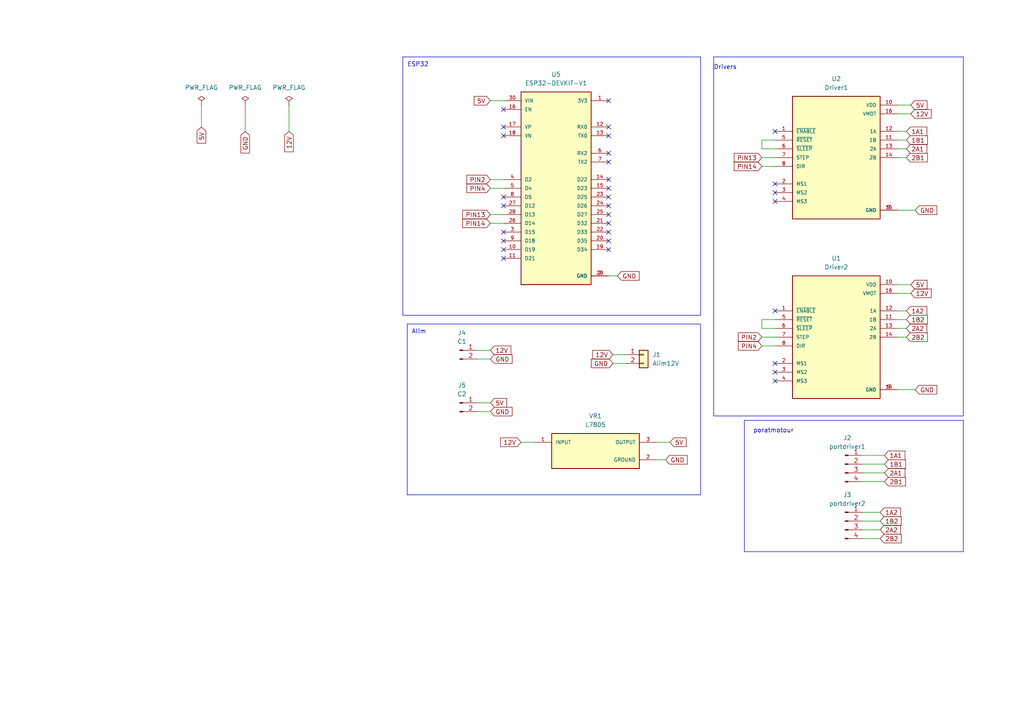
<source format=kicad_sch>
(kicad_sch (version 20230121) (generator eeschema)
  (paper "A4")
  (lib_symbols
    (symbol "A4988_STEPPER_MOTOR_DRIVER_CARRIER:A4988_STEPPER_MOTOR_DRIVER_CARRIER" (pin_names (offset 1.016))
      (property "Reference" "U2" (at 0 22.86 0))
      (property "Value" "A4988_STEPPER_MOTOR_DRIVER_CARRIER" (at 0 20.32 0))
      (symbol "A4988_STEPPER_MOTOR_DRIVER_CARRIER_0_0"
        (rectangle (start -12.7 -17.78) (end 12.7 17.78) (stroke (width 0.254)) (fill (type background)))
        (pin output line (at 17.78 5.08 180) (length 5.08) (name "1B") (number "11"))
        (pin output line (at 17.78 7.62 180) (length 5.08) (name "1A") (number "12"))
        (pin output line (at 17.78 2.54 180) (length 5.08) (name "2A") (number "13"))
        (pin output line (at 17.78 0 180) (length 5.08) (name "2B") (number "14"))
        (pin power_in line (at 17.78 -15.24 180) (length 5.08) (name "GND") (number "15"))
        (pin power_in line (at 17.78 12.7 180) (length 5.08) (name "VMOT") (number "16"))
        (pin input line (at -17.78 -7.62 0) (length 5.08) (name "MS1") (number "2"))
        (pin input line (at -17.78 -10.16 0) (length 5.08) (name "MS2") (number "3"))
        (pin input line (at -17.78 -12.7 0) (length 5.08) (name "MS3") (number "4"))
        (pin input line (at -17.78 0 0) (length 5.08) (name "STEP") (number "7"))
        (pin input line (at -17.78 -2.54 0) (length 5.08) (name "DIR") (number "8"))
        (pin power_in line (at 17.78 -15.24 180) (length 5.08) (name "GND") (number "9"))
      )
      (symbol "A4988_STEPPER_MOTOR_DRIVER_CARRIER_1_0"
        (pin bidirectional line (at -17.78 7.62 0) (length 5.08) (name "~{ENABLE}") (number "1"))
        (pin bidirectional line (at 17.78 15.24 180) (length 5.08) (name "VDD") (number "10"))
        (pin bidirectional line (at -17.78 5.08 0) (length 5.08) (name "~{RESET}") (number "5"))
        (pin bidirectional line (at -17.78 2.54 0) (length 5.08) (name "~{SLEEP}") (number "6"))
      )
    )
    (symbol "A4988_STEPPER_MOTOR_DRIVER_CARRIER_1" (pin_names (offset 1.016))
      (property "Reference" "U1" (at 0 22.86 0))
      (property "Value" "A4988_STEPPER_MOTOR_DRIVER_CARRIER" (at 0 20.32 0))
      (symbol "A4988_STEPPER_MOTOR_DRIVER_CARRIER_1_0_0"
        (rectangle (start -12.7 -17.78) (end 12.7 17.78) (stroke (width 0.254)) (fill (type background)))
        (pin output line (at 17.78 5.08 180) (length 5.08) (name "1B") (number "11"))
        (pin output line (at 17.78 7.62 180) (length 5.08) (name "1A") (number "12"))
        (pin output line (at 17.78 2.54 180) (length 5.08) (name "2A") (number "13"))
        (pin output line (at 17.78 0 180) (length 5.08) (name "2B") (number "14"))
        (pin power_in line (at 17.78 -15.24 180) (length 5.08) (name "GND") (number "15"))
        (pin power_in line (at 17.78 12.7 180) (length 5.08) (name "VMOT") (number "16"))
        (pin input line (at -17.78 -7.62 0) (length 5.08) (name "MS1") (number "2"))
        (pin input line (at -17.78 -10.16 0) (length 5.08) (name "MS2") (number "3"))
        (pin input line (at -17.78 -12.7 0) (length 5.08) (name "MS3") (number "4"))
        (pin input line (at -17.78 0 0) (length 5.08) (name "STEP") (number "7"))
        (pin input line (at -17.78 -2.54 0) (length 5.08) (name "DIR") (number "8"))
        (pin power_in line (at 17.78 -15.24 180) (length 5.08) (name "GND") (number "9"))
      )
      (symbol "A4988_STEPPER_MOTOR_DRIVER_CARRIER_1_1_0"
        (pin bidirectional line (at -17.78 7.62 0) (length 5.08) (name "~{ENABLE}") (number "1"))
        (pin bidirectional line (at 17.78 15.24 180) (length 5.08) (name "VDD") (number "10"))
        (pin bidirectional line (at -17.78 5.08 0) (length 5.08) (name "~{RESET}") (number "5"))
        (pin bidirectional line (at -17.78 2.54 0) (length 5.08) (name "~{SLEEP}") (number "6"))
      )
    )
    (symbol "Connector:Conn_01x02_Pin" (pin_names (offset 1.016) hide)
      (property "Reference" "J" (at 0 2.54 0))
      (property "Value" "Conn_01x02_Pin" (at 0 -5.08 0))
      (symbol "Conn_01x02_Pin_1_1"
        (polyline (pts (xy 1.27 -2.54) (xy 0.8636 -2.54)) (stroke (width 0.1524)))
        (polyline (pts (xy 1.27 0) (xy 0.8636 0)) (stroke (width 0.1524)))
        (rectangle (start 0.8636 -2.413) (end 0 -2.667) (stroke (width 0.1524)) (fill (type outline)))
        (rectangle (start 0.8636 0.127) (end 0 -0.127) (stroke (width 0.1524)) (fill (type outline)))
        (pin passive line (at 5.08 0 180) (length 3.81) (name "Pin_1") (number "1"))
        (pin passive line (at 5.08 -2.54 180) (length 3.81) (name "Pin_2") (number "2"))
      )
    )
    (symbol "Connector:Conn_01x04_Pin" (pin_names (offset 1.016) hide)
      (property "Reference" "J" (at 0 5.08 0))
      (property "Value" "Conn_01x04_Pin" (at 0 -7.62 0))
      (symbol "Conn_01x04_Pin_1_1"
        (polyline (pts (xy 1.27 -5.08) (xy 0.8636 -5.08)) (stroke (width 0.1524)))
        (polyline (pts (xy 1.27 -2.54) (xy 0.8636 -2.54)) (stroke (width 0.1524)))
        (polyline (pts (xy 1.27 0) (xy 0.8636 0)) (stroke (width 0.1524)))
        (polyline (pts (xy 1.27 2.54) (xy 0.8636 2.54)) (stroke (width 0.1524)))
        (rectangle (start 0.8636 -4.953) (end 0 -5.207) (stroke (width 0.1524)) (fill (type outline)))
        (rectangle (start 0.8636 -2.413) (end 0 -2.667) (stroke (width 0.1524)) (fill (type outline)))
        (rectangle (start 0.8636 0.127) (end 0 -0.127) (stroke (width 0.1524)) (fill (type outline)))
        (rectangle (start 0.8636 2.667) (end 0 2.413) (stroke (width 0.1524)) (fill (type outline)))
        (pin passive line (at 5.08 2.54 180) (length 3.81) (name "Pin_1") (number "1"))
        (pin passive line (at 5.08 0 180) (length 3.81) (name "Pin_2") (number "2"))
        (pin passive line (at 5.08 -2.54 180) (length 3.81) (name "Pin_3") (number "3"))
        (pin passive line (at 5.08 -5.08 180) (length 3.81) (name "Pin_4") (number "4"))
      )
    )
    (symbol "Connector_Generic:Conn_01x02" (pin_names (offset 1.016) hide)
      (property "Reference" "J" (at 0 2.54 0))
      (property "Value" "Conn_01x02" (at 0 -5.08 0))
      (symbol "Conn_01x02_1_1"
        (rectangle (start -1.27 -2.413) (end 0 -2.667) (stroke (width 0.1524)))
        (rectangle (start -1.27 0.127) (end 0 -0.127) (stroke (width 0.1524)))
        (rectangle (start -1.27 1.27) (end 1.27 -3.81) (stroke (width 0.254)) (fill (type background)))
        (pin passive line (at -5.08 0 0) (length 3.81) (name "Pin_1") (number "1"))
        (pin passive line (at -5.08 -2.54 0) (length 3.81) (name "Pin_2") (number "2"))
      )
    )
    (symbol "ESP32-DEVKIT-V1:ESP32-DEVKIT-V1" (pin_names (offset 1.016))
      (property "Reference" "U" (at -10.16 30.48 0))
      (property "Value" "ESP32-DEVKIT-V1" (at -10.16 -30.48 0))
      (symbol "ESP32-DEVKIT-V1_0_0"
        (rectangle (start -10.16 -27.94) (end 10.16 27.94) (stroke (width 0.254)) (fill (type background)))
        (pin output line (at 15.24 25.4 180) (length 5.08) (name "3V3") (number "1"))
        (pin bidirectional line (at -15.24 -17.78 0) (length 5.08) (name "D19") (number "10"))
        (pin bidirectional line (at -15.24 -20.32 0) (length 5.08) (name "D21") (number "11"))
        (pin input line (at 15.24 17.78 180) (length 5.08) (name "RX0") (number "12"))
        (pin output line (at 15.24 15.24 180) (length 5.08) (name "TX0") (number "13"))
        (pin bidirectional line (at 15.24 2.54 180) (length 5.08) (name "D22") (number "14"))
        (pin bidirectional line (at 15.24 0 180) (length 5.08) (name "D23") (number "15"))
        (pin input line (at -15.24 22.86 0) (length 5.08) (name "EN") (number "16"))
        (pin bidirectional line (at -15.24 17.78 0) (length 5.08) (name "VP") (number "17"))
        (pin bidirectional line (at -15.24 15.24 0) (length 5.08) (name "VN") (number "18"))
        (pin bidirectional line (at 15.24 -17.78 180) (length 5.08) (name "D34") (number "19"))
        (pin power_in line (at 15.24 -25.4 180) (length 5.08) (name "GND") (number "2"))
        (pin bidirectional line (at 15.24 -15.24 180) (length 5.08) (name "D35") (number "20"))
        (pin bidirectional line (at 15.24 -10.16 180) (length 5.08) (name "D32") (number "21"))
        (pin bidirectional line (at 15.24 -12.7 180) (length 5.08) (name "D33") (number "22"))
        (pin bidirectional line (at 15.24 -2.54 180) (length 5.08) (name "D25") (number "23"))
        (pin bidirectional line (at 15.24 -5.08 180) (length 5.08) (name "D26") (number "24"))
        (pin bidirectional line (at 15.24 -7.62 180) (length 5.08) (name "D27") (number "25"))
        (pin bidirectional line (at -15.24 -10.16 0) (length 5.08) (name "D14") (number "26"))
        (pin bidirectional line (at -15.24 -5.08 0) (length 5.08) (name "D12") (number "27"))
        (pin bidirectional line (at -15.24 -7.62 0) (length 5.08) (name "D13") (number "28"))
        (pin power_in line (at 15.24 -25.4 180) (length 5.08) (name "GND") (number "29"))
        (pin bidirectional line (at -15.24 -12.7 0) (length 5.08) (name "D15") (number "3"))
        (pin input line (at -15.24 25.4 0) (length 5.08) (name "VIN") (number "30"))
        (pin bidirectional line (at -15.24 2.54 0) (length 5.08) (name "D2") (number "4"))
        (pin bidirectional line (at -15.24 0 0) (length 5.08) (name "D4") (number "5"))
        (pin input line (at 15.24 10.16 180) (length 5.08) (name "RX2") (number "6"))
        (pin output line (at 15.24 7.62 180) (length 5.08) (name "TX2") (number "7"))
        (pin bidirectional line (at -15.24 -2.54 0) (length 5.08) (name "D5") (number "8"))
        (pin bidirectional line (at -15.24 -15.24 0) (length 5.08) (name "D18") (number "9"))
      )
    )
    (symbol "L7805:L7805" (pin_names (offset 1.016))
      (property "Reference" "VR" (at -12.7 5.842 0))
      (property "Value" "L7805" (at -12.7 -7.62 0))
      (symbol "L7805_0_0"
        (rectangle (start -12.7 -5.08) (end 12.7 5.08) (stroke (width 0.254)) (fill (type background)))
        (pin input line (at -17.78 2.54 0) (length 5.08) (name "INPUT") (number "1"))
        (pin power_in line (at 17.78 -2.54 180) (length 5.08) (name "GROUND") (number "2"))
        (pin output line (at 17.78 2.54 180) (length 5.08) (name "OUTPUT") (number "3"))
      )
    )
    (symbol "PWR_FLAG_1" (power) (pin_numbers hide) (pin_names (offset 0) hide)
      (property "Value" "PWR_FLAG_1" (at 0 5.08 0))
      (symbol "PWR_FLAG_1_1_0"
        (pin bidirectional line (at 0 0 90) (length 0) (name "pwr") (number "1"))
      )
      (symbol "PWR_FLAG_1_1_1"
        (polyline (pts (xy 0 0) (xy 0 1.27) (xy -1.016 1.905) (xy 0 2.54) (xy 1.016 1.905) (xy 0 1.27)))
      )
    )
    (symbol "power:PWR_FLAG" (power) (pin_numbers hide) (pin_names (offset 0) hide)
      (property "Value" "PWR_FLAG" (at 0 3.81 0))
      (symbol "PWR_FLAG_0_0"
        (pin power_out line (at 0 0 90) (length 0) (name "pwr") (number "1"))
      )
      (symbol "PWR_FLAG_0_1"
        (polyline (pts (xy 0 0) (xy 0 1.27) (xy -1.016 1.905) (xy 0 2.54) (xy 1.016 1.905) (xy 0 1.27)))
      )
    )
  )
  (no_connect (at 146.05 74.93))
  (no_connect (at 176.53 62.23))
  (no_connect (at 176.53 39.37))
  (no_connect (at 176.53 54.61))
  (no_connect (at 146.05 36.83))
  (no_connect (at 146.05 67.31))
  (no_connect (at 224.79 38.1))
  (no_connect (at 146.05 69.85))
  (no_connect (at 146.05 39.37))
  (no_connect (at 176.53 36.83))
  (no_connect (at 176.53 67.31))
  (no_connect (at 176.53 57.15))
  (no_connect (at 224.79 58.42))
  (no_connect (at 224.79 55.88))
  (no_connect (at 176.53 72.39))
  (no_connect (at 176.53 29.21))
  (no_connect (at 224.79 90.17))
  (no_connect (at 176.53 46.99))
  (no_connect (at 176.53 52.07))
  (no_connect (at 224.79 53.34))
  (no_connect (at 224.79 107.95))
  (no_connect (at 176.53 59.69))
  (no_connect (at 176.53 64.77))
  (no_connect (at 146.05 59.69))
  (no_connect (at 224.79 110.49))
  (no_connect (at 146.05 57.15))
  (no_connect (at 224.79 105.41))
  (no_connect (at 176.53 44.45))
  (no_connect (at 146.05 72.39))
  (no_connect (at 146.05 31.75))
  (no_connect (at 176.53 69.85))
  (wire (pts (xy 220.98 97.79) (xy 224.79 97.79)))
  (wire (pts (xy 250.19 137.16) (xy 256.54 137.16)))
  (wire (pts (xy 177.8 105.41) (xy 181.61 105.41)))
  (wire (pts (xy 250.19 153.67) (xy 255.27 153.67)))
  (wire (pts (xy 260.35 33.02) (xy 264.16 33.02)))
  (wire (pts (xy 250.19 148.59) (xy 255.27 148.59)))
  (wire (pts (xy 142.24 62.23) (xy 146.05 62.23)))
  (wire (pts (xy 220.98 40.64) (xy 220.98 43.18)))
  (wire (pts (xy 142.24 54.61) (xy 146.05 54.61)))
  (wire (pts (xy 260.35 82.55) (xy 264.16 82.55)))
  (wire (pts (xy 83.82 30.48) (xy 83.82 38.1)))
  (wire (pts (xy 138.43 104.14) (xy 142.24 104.14)))
  (wire (pts (xy 138.43 119.38) (xy 142.24 119.38)))
  (wire (pts (xy 250.19 156.21) (xy 255.27 156.21)))
  (wire (pts (xy 220.98 43.18) (xy 224.79 43.18)))
  (wire (pts (xy 138.43 101.6) (xy 142.24 101.6)))
  (wire (pts (xy 220.98 95.25) (xy 224.79 95.25)))
  (wire (pts (xy 260.35 95.25) (xy 262.89 95.25)))
  (wire (pts (xy 260.35 38.1) (xy 262.89 38.1)))
  (wire (pts (xy 138.43 116.84) (xy 142.24 116.84)))
  (wire (pts (xy 260.35 30.48) (xy 264.16 30.48)))
  (wire (pts (xy 250.19 134.62) (xy 256.54 134.62)))
  (wire (pts (xy 190.5 133.35) (xy 193.04 133.35)))
  (wire (pts (xy 250.19 139.7) (xy 256.54 139.7)))
  (wire (pts (xy 220.98 45.72) (xy 224.79 45.72)))
  (wire (pts (xy 142.24 29.21) (xy 146.05 29.21)))
  (wire (pts (xy 142.24 64.77) (xy 146.05 64.77)))
  (wire (pts (xy 260.35 40.64) (xy 262.89 40.64)))
  (wire (pts (xy 260.35 45.72) (xy 262.89 45.72)))
  (wire (pts (xy 224.79 92.71) (xy 220.98 92.71)))
  (wire (pts (xy 58.42 30.48) (xy 58.42 36.83)))
  (wire (pts (xy 260.35 85.09) (xy 264.16 85.09)))
  (wire (pts (xy 151.13 128.27) (xy 154.94 128.27)))
  (wire (pts (xy 260.35 92.71) (xy 262.89 92.71)))
  (wire (pts (xy 260.35 97.79) (xy 262.89 97.79)))
  (wire (pts (xy 260.35 90.17) (xy 262.89 90.17)))
  (wire (pts (xy 142.24 52.07) (xy 146.05 52.07)))
  (wire (pts (xy 224.79 40.64) (xy 220.98 40.64)))
  (wire (pts (xy 220.98 48.26) (xy 224.79 48.26)))
  (wire (pts (xy 260.35 60.96) (xy 265.43 60.96)))
  (wire (pts (xy 71.12 30.48) (xy 71.12 38.1)))
  (wire (pts (xy 190.5 128.27) (xy 194.31 128.27)))
  (wire (pts (xy 260.35 113.03) (xy 265.43 113.03)))
  (wire (pts (xy 250.19 132.08) (xy 256.54 132.08)))
  (wire (pts (xy 177.8 102.87) (xy 181.61 102.87)))
  (wire (pts (xy 250.19 151.13) (xy 255.27 151.13)))
  (wire (pts (xy 260.35 43.18) (xy 262.89 43.18)))
  (wire (pts (xy 220.98 100.33) (xy 224.79 100.33)))
  (wire (pts (xy 220.98 92.71) (xy 220.98 95.25)))
  (wire (pts (xy 176.53 80.01) (xy 179.07 80.01)))
  (rectangle (start 118.11 93.98) (end 203.2 143.51))
  (rectangle (start 207.01 16.51) (end 279.4 120.65))
  (rectangle (start 215.9 121.92) (end 279.4 160.02))
  (rectangle (start 116.84 16.51) (end 203.2 91.44))
  (text "Drivers\n" (at 207.01 20.32 0) (effects (font (size 1.27 1.27)) (justify left bottom)))
  (text "Alim\n\n" (at 119.38 99.06 0) (effects (font (size 1.27 1.27)) (justify left bottom)))
  (text "poratmotour\n" (at 218.44 125.73 0) (effects (font (size 1.27 1.27)) (justify left bottom)))
  (text "ESP32\n\n" (at 118.11 21.59 0) (effects (font (size 1.27 1.27)) (justify left bottom)))
  (global_label "5V" (shape input) (at 142.24 29.21 180) (property "Intersheetrefs" "${INTERSHEET_REFS}" (effects hide)))
  (global_label "GND" (shape input) (at 179.07 80.01 0) (property "Intersheetrefs" "${INTERSHEET_REFS}" (effects hide)))
  (global_label "2B2" (shape input) (at 262.89 97.79 0) (property "Intersheetrefs" "${INTERSHEET_REFS}" (effects hide)))
  (global_label "GND" (shape input) (at 265.43 60.96 0) (property "Intersheetrefs" "${INTERSHEET_REFS}" (effects hide)))
  (global_label "1B1" (shape input) (at 262.89 40.64 0) (property "Intersheetrefs" "${INTERSHEET_REFS}" (effects hide)))
  (global_label "12V" (shape input) (at 177.8 102.87 180) (property "Intersheetrefs" "${INTERSHEET_REFS}" (effects hide)))
  (global_label "2A1" (shape input) (at 262.89 43.18 0) (property "Intersheetrefs" "${INTERSHEET_REFS}" (effects hide)))
  (global_label "1A2" (shape input) (at 255.27 148.59 0) (property "Intersheetrefs" "${INTERSHEET_REFS}" (effects hide)))
  (global_label "PIN2" (shape input) (at 220.98 97.79 180) (property "Intersheetrefs" "${INTERSHEET_REFS}" (effects hide)))
  (global_label "PIN14" (shape input) (at 142.24 64.77 180) (property "Intersheetrefs" "${INTERSHEET_REFS}" (effects hide)))
  (global_label "12V" (shape input) (at 142.24 101.6 0) (property "Intersheetrefs" "${INTERSHEET_REFS}" (effects hide)))
  (global_label "1B2" (shape input) (at 262.89 92.71 0) (property "Intersheetrefs" "${INTERSHEET_REFS}" (effects hide)))
  (global_label "12V" (shape input) (at 151.13 128.27 180) (property "Intersheetrefs" "${INTERSHEET_REFS}" (effects hide)))
  (global_label "2A1" (shape input) (at 256.54 137.16 0) (property "Intersheetrefs" "${INTERSHEET_REFS}" (effects hide)))
  (global_label "PIN13" (shape input) (at 220.98 45.72 180) (property "Intersheetrefs" "${INTERSHEET_REFS}" (effects hide)))
  (global_label "2B1" (shape input) (at 256.54 139.7 0) (property "Intersheetrefs" "${INTERSHEET_REFS}" (effects hide)))
  (global_label "PIN4" (shape input) (at 220.98 100.33 180) (property "Intersheetrefs" "${INTERSHEET_REFS}" (effects hide)))
  (global_label "PIN13" (shape input) (at 142.24 62.23 180) (property "Intersheetrefs" "${INTERSHEET_REFS}" (effects hide)))
  (global_label "1A1" (shape input) (at 262.89 38.1 0) (property "Intersheetrefs" "${INTERSHEET_REFS}" (effects hide)))
  (global_label "GND" (shape input) (at 193.04 133.35 0) (property "Intersheetrefs" "${INTERSHEET_REFS}" (effects hide)))
  (global_label "GND" (shape input) (at 142.24 104.14 0) (property "Intersheetrefs" "${INTERSHEET_REFS}" (effects hide)))
  (global_label "2A2" (shape input) (at 255.27 153.67 0) (property "Intersheetrefs" "${INTERSHEET_REFS}" (effects hide)))
  (global_label "2B1" (shape input) (at 262.89 45.72 0) (property "Intersheetrefs" "${INTERSHEET_REFS}" (effects hide)))
  (global_label "2B2" (shape input) (at 255.27 156.21 0) (property "Intersheetrefs" "${INTERSHEET_REFS}" (effects hide)))
  (global_label "12V" (shape input) (at 264.16 33.02 0) (property "Intersheetrefs" "${INTERSHEET_REFS}" (effects hide)))
  (global_label "PIN2" (shape input) (at 142.24 52.07 180) (property "Intersheetrefs" "${INTERSHEET_REFS}" (effects hide)))
  (global_label "1A1" (shape input) (at 256.54 132.08 0) (property "Intersheetrefs" "${INTERSHEET_REFS}" (effects hide)))
  (global_label "1B2" (shape input) (at 255.27 151.13 0) (property "Intersheetrefs" "${INTERSHEET_REFS}" (effects hide)))
  (global_label "5V" (shape input) (at 142.24 116.84 0) (property "Intersheetrefs" "${INTERSHEET_REFS}" (effects hide)))
  (global_label "5V" (shape input) (at 194.31 128.27 0) (property "Intersheetrefs" "${INTERSHEET_REFS}" (effects hide)))
  (global_label "PIN14" (shape input) (at 220.98 48.26 180) (property "Intersheetrefs" "${INTERSHEET_REFS}" (effects hide)))
  (global_label "GND" (shape input) (at 142.24 119.38 0) (property "Intersheetrefs" "${INTERSHEET_REFS}" (effects hide)))
  (global_label "PIN4" (shape input) (at 142.24 54.61 180) (property "Intersheetrefs" "${INTERSHEET_REFS}" (effects hide)))
  (global_label "GND" (shape input) (at 265.43 113.03 0) (property "Intersheetrefs" "${INTERSHEET_REFS}" (effects hide)))
  (global_label "5V" (shape input) (at 264.16 30.48 0) (property "Intersheetrefs" "${INTERSHEET_REFS}" (effects hide)))
  (global_label "5V" (shape input) (at 58.42 36.83 270) (property "Intersheetrefs" "${INTERSHEET_REFS}" (effects hide)))
  (global_label "1A2" (shape input) (at 262.89 90.17 0) (property "Intersheetrefs" "${INTERSHEET_REFS}" (effects hide)))
  (global_label "2A2" (shape input) (at 262.89 95.25 0) (property "Intersheetrefs" "${INTERSHEET_REFS}" (effects hide)))
  (global_label "12V" (shape input) (at 83.82 38.1 270) (property "Intersheetrefs" "${INTERSHEET_REFS}" (effects hide)))
  (global_label "GND" (shape input) (at 71.12 38.1 270) (property "Intersheetrefs" "${INTERSHEET_REFS}" (effects hide)))
  (global_label "12V" (shape input) (at 264.16 85.09 0) (property "Intersheetrefs" "${INTERSHEET_REFS}" (effects hide)))
  (global_label "5V" (shape input) (at 264.16 82.55 0) (property "Intersheetrefs" "${INTERSHEET_REFS}" (effects hide)))
  (global_label "1B1" (shape input) (at 256.54 134.62 0) (property "Intersheetrefs" "${INTERSHEET_REFS}" (effects hide)))
  (global_label "GND" (shape input) (at 177.8 105.41 180) (property "Intersheetrefs" "${INTERSHEET_REFS}" (effects hide)))
  (symbol (lib_name "PWR_FLAG_1") (lib_id "power:PWR_FLAG") (at 58.42 30.48 0) (unit 1)
    (property "Reference" "#FLG01" (effects hide))
    (property "Value" "PWR_FLAG" (at 58.42 25.4 0))
  )
  (symbol (lib_id "power:PWR_FLAG") (at 83.82 30.48 0) (unit 1)
    (property "Reference" "#FLG03" (effects hide))
    (property "Value" "PWR_FLAG" (at 83.82 25.4 0))
  )
  (symbol (lib_id "Connector:Conn_01x02_Pin") (at 133.35 101.6 0) (unit 1)
    (property "Reference" "J4" (at 133.985 96.52 0))
    (property "Value" "C1" (at 133.985 99.06 0))
    (property "Footprint" "Connector_PinHeader_2.54mm:PinHeader_1x02_P2.54mm_Vertical" (effects hide))
  )
  (symbol (lib_id "power:PWR_FLAG") (at 71.12 30.48 0) (unit 1)
    (property "Reference" "#FLG02" (effects hide))
    (property "Value" "PWR_FLAG" (at 71.12 25.4 0))
  )
  (symbol (lib_id "Connector_Generic:Conn_01x02") (at 186.69 102.87 0) (unit 1)
    (property "Reference" "J1" (at 189.23 102.87 0) (effects (justify left)))
    (property "Value" "Alim12V" (at 189.23 105.41 0) (effects (justify left)))
    (property "Footprint" "Connector_PinHeader_2.54mm:PinHeader_1x02_P2.54mm_Vertical" (effects hide))
  )
  (symbol (lib_id "Connector:Conn_01x02_Pin") (at 133.35 116.84 0) (unit 1)
    (property "Reference" "J5" (at 133.985 111.76 0))
    (property "Value" "C2" (at 133.985 114.3 0))
    (property "Footprint" "Connector_PinHeader_2.54mm:PinHeader_1x02_P2.54mm_Vertical" (effects hide))
  )
  (symbol (lib_id "Connector:Conn_01x04_Pin") (at 245.11 134.62 0) (unit 1)
    (property "Reference" "J2" (at 245.745 127 0))
    (property "Value" "portdriver1" (at 245.745 129.54 0))
    (property "Footprint" "Connector_PinHeader_2.00mm:PinHeader_1x04_P2.00mm_Vertical" (effects hide))
  )
  (symbol (lib_name "A4988_STEPPER_MOTOR_DRIVER_CARRIER_1") (lib_id "A4988_STEPPER_MOTOR_DRIVER_CARRIER:A4988_STEPPER_MOTOR_DRIVER_CARRIER") (at 242.57 97.79 0) (unit 1)
    (property "Reference" "U1" (at 242.57 74.93 0))
    (property "Value" "Driver2" (at 242.57 77.47 0))
    (property "Footprint" "A4988_STEPPER_MOTOR_DRIVER_CARRIER:MODULE_A4988_STEPPER_MOTOR_DRIVER_CARRIER" (effects hide))
    (property "MF" "Pololu" (effects hide))
    (property "DESCRIPTION" "Stepper motor controler; IC: A4988; 1A; Uin mot: 8÷35V" (effects hide))
    (property "PACKAGE" "None" (effects hide))
    (property "PRICE" "None" (effects hide))
    (property "Package" "None" (effects hide))
    (property "Check_prices" "https://www.snapeda.com/parts/A4988%20STEPPER%20MOTOR%20DRIVER%20CARRIER/Pololu/view-part/?ref=eda" (effects hide))
    (property "Price" "None" (effects hide))
    (property "SnapEDA_Link" "https://www.snapeda.com/parts/A4988%20STEPPER%20MOTOR%20DRIVER%20CARRIER/Pololu/view-part/?ref=snap" (effects hide))
    (property "MP" "A4988 STEPPER MOTOR DRIVER CARRIER" (effects hide))
    (property "Availability" "Not in stock" (effects hide))
    (property "AVAILABILITY" "Unavailable" (effects hide))
    (property "Description" "\nStepper Motor Driver\n" (effects hide))
  )
  (symbol (lib_id "ESP32-DEVKIT-V1:ESP32-DEVKIT-V1") (at 161.29 54.61 0) (unit 1)
    (property "Reference" "U5" (at 161.29 21.59 0))
    (property "Value" "ESP32-DEVKIT-V1" (at 161.29 24.13 0))
    (property "Footprint" "ESP32-DEVKIT-V1:MODULE_ESP32_DEVKIT_V1" (effects hide))
    (property "MF" "Do it" (effects hide))
    (property "MAXIMUM_PACKAGE_HEIGHT" "6.8 mm" (effects hide))
    (property "Package" "None" (effects hide))
    (property "Price" "None" (effects hide))
    (property "Check_prices" "https://www.snapeda.com/parts/ESP32-DEVKIT-V1/Do+it/view-part/?ref=eda" (effects hide))
    (property "STANDARD" "Manufacturer Recommendations" (effects hide))
    (property "PARTREV" "N/A" (effects hide))
    (property "SnapEDA_Link" "https://www.snapeda.com/parts/ESP32-DEVKIT-V1/Do+it/view-part/?ref=snap" (effects hide))
    (property "MP" "ESP32-DEVKIT-V1" (effects hide))
    (property "Description" "\nDual core, Wi-Fi: 2.4 GHz up to 150 Mbits/s,BLE (Bluetooth Low Energy) and legacy Bluetooth, 32 bits, Up to 240 MHz\n" (effects hide))
    (property "Availability" "Not in stock" (effects hide))
    (property "MANUFACTURER" "DOIT" (effects hide))
  )
  (symbol (lib_id "A4988_STEPPER_MOTOR_DRIVER_CARRIER:A4988_STEPPER_MOTOR_DRIVER_CARRIER") (at 242.57 45.72 0) (unit 1)
    (property "Reference" "U2" (at 242.57 22.86 0))
    (property "Value" "Driver1" (at 242.57 25.4 0))
    (property "Footprint" "A4988_STEPPER_MOTOR_DRIVER_CARRIER:MODULE_A4988_STEPPER_MOTOR_DRIVER_CARRIER" (effects hide))
    (property "MF" "Pololu" (effects hide))
    (property "DESCRIPTION" "Stepper motor controler; IC: A4988; 1A; Uin mot: 8÷35V" (effects hide))
    (property "PACKAGE" "None" (effects hide))
    (property "PRICE" "None" (effects hide))
    (property "Package" "None" (effects hide))
    (property "Check_prices" "https://www.snapeda.com/parts/A4988%20STEPPER%20MOTOR%20DRIVER%20CARRIER/Pololu/view-part/?ref=eda" (effects hide))
    (property "Price" "None" (effects hide))
    (property "SnapEDA_Link" "https://www.snapeda.com/parts/A4988%20STEPPER%20MOTOR%20DRIVER%20CARRIER/Pololu/view-part/?ref=snap" (effects hide))
    (property "MP" "A4988 STEPPER MOTOR DRIVER CARRIER" (effects hide))
    (property "Availability" "Not in stock" (effects hide))
    (property "AVAILABILITY" "Unavailable" (effects hide))
    (property "Description" "\nStepper Motor Driver\n" (effects hide))
  )
  (symbol (lib_id "L7805:L7805") (at 172.72 130.81 0) (unit 1)
    (property "Reference" "VR1" (at 172.72 120.65 0))
    (property "Value" "L7805" (at 172.72 123.19 0))
    (property "Footprint" "L7805:TO255P1020X450X2000-3" (effects hide))
    (property "MF" "STMicroelectronics" (effects hide))
    (property "MAXIMUM_PACKAGE_HEIGHT" "20 mm" (effects hide))
    (property "Package" "None" (effects hide))
    (property "Price" "None" (effects hide))
    (property "Check_prices" "https://www.snapeda.com/parts/L7805/STMicroelectronics/view-part/?ref=eda" (effects hide))
    (property "STANDARD" "IPC 7351B" (effects hide))
    (property "PARTREV" "36" (effects hide))
    (property "SnapEDA_Link" "https://www.snapeda.com/parts/L7805/STMicroelectronics/view-part/?ref=snap" (effects hide))
    (property "MP" "L7805" (effects hide))
    (property "Description" "\nStandard Regulator Pos 5V 1.5A 3-Pin(3+Tab) TO-220FP Tube\n" (effects hide))
    (property "Availability" "In Stock" (effects hide))
    (property "MANUFACTURER" "STMicroelectronics" (effects hide))
  )
  (symbol (lib_id "Connector:Conn_01x04_Pin") (at 245.11 151.13 0) (unit 1)
    (property "Reference" "J3" (at 245.745 143.51 0))
    (property "Value" "portdriver2" (at 245.745 146.05 0))
    (property "Footprint" "Connector_PinHeader_2.00mm:PinHeader_1x04_P2.00mm_Vertical" (effects hide))
  )
)
</source>
